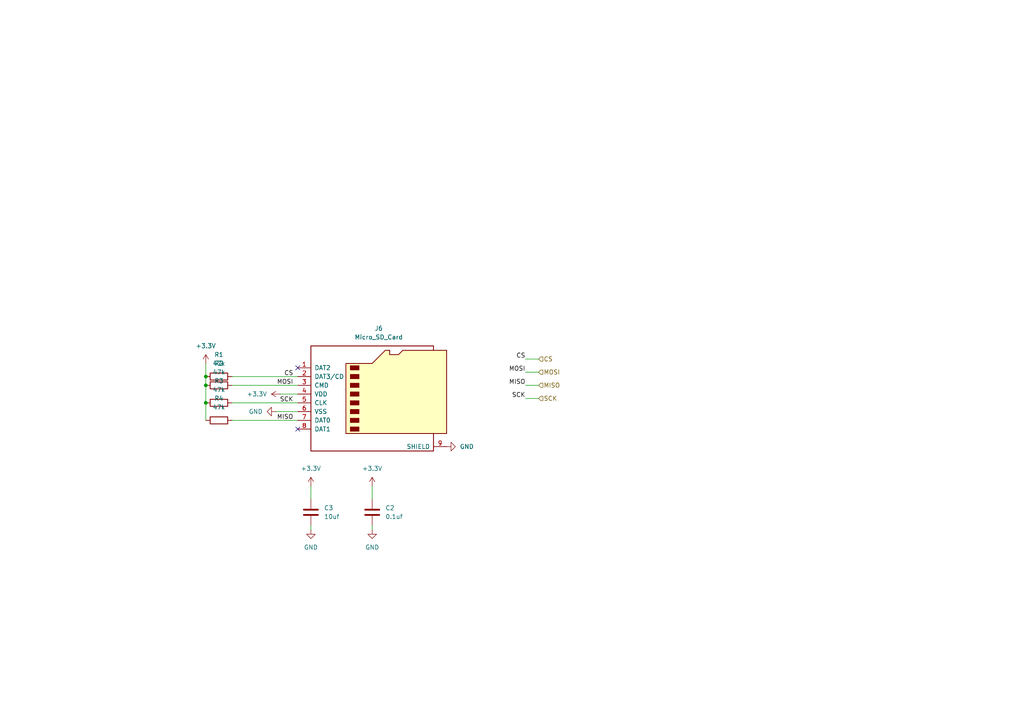
<source format=kicad_sch>
(kicad_sch (version 20231120) (generator "eeschema") (generator_version "8.0")
  (paper "A4")
  (lib_symbols
    (symbol "Connector:Micro_SD_Card" (pin_names (offset 1.016))
      (property "Reference" "J" (at -16.51 15.24 0))
      (property "Value" "Micro_SD_Card" (at 16.51 15.24 0))
      (symbol "Micro_SD_Card_0_1"
        (rectangle (start -7.62 -9.525) (end -5.08 -10.795) (fill (type outline)))
        (rectangle (start -7.62 -6.985) (end -5.08 -8.255) (fill (type outline)))
        (rectangle (start -7.62 -4.445) (end -5.08 -5.715) (fill (type outline)))
        (rectangle (start -7.62 -1.905) (end -5.08 -3.175) (fill (type outline)))
        (rectangle (start -7.62 0.635) (end -5.08 -0.635) (fill (type outline)))
        (rectangle (start -7.62 3.175) (end -5.08 1.905) (fill (type outline)))
        (rectangle (start -7.62 5.715) (end -5.08 4.445) (fill (type outline)))
        (rectangle (start -7.62 8.255) (end -5.08 6.985) (fill (type outline)))
        (polyline (pts (xy 16.51 12.7) (xy 16.51 13.97) (xy -19.05 13.97) (xy -19.05 -16.51) (xy 16.51 -16.51) (xy 16.51 -11.43)) (stroke (width 0.254)))
        (polyline (pts (xy -8.89 -11.43) (xy -8.89 8.89) (xy -1.27 8.89) (xy 2.54 12.7) (xy 3.81 12.7) (xy 3.81 11.43) (xy 6.35 11.43) (xy 7.62 12.7) (xy 20.32 12.7) (xy 20.32 -11.43) (xy -8.89 -11.43)) (stroke (width 0.254)) (fill (type background)))
      )
      (symbol "Micro_SD_Card_1_1"
        (pin bidirectional line (at -22.86 7.62 0) (length 3.81) (name "DAT2") (number "1"))
        (pin bidirectional line (at -22.86 5.08 0) (length 3.81) (name "DAT3/CD") (number "2"))
        (pin input line (at -22.86 2.54 0) (length 3.81) (name "CMD") (number "3"))
        (pin power_in line (at -22.86 0 0) (length 3.81) (name "VDD") (number "4"))
        (pin input line (at -22.86 -2.54 0) (length 3.81) (name "CLK") (number "5"))
        (pin power_in line (at -22.86 -5.08 0) (length 3.81) (name "VSS") (number "6"))
        (pin bidirectional line (at -22.86 -7.62 0) (length 3.81) (name "DAT0") (number "7"))
        (pin bidirectional line (at -22.86 -10.16 0) (length 3.81) (name "DAT1") (number "8"))
        (pin passive line (at 20.32 -15.24 180) (length 3.81) (name "SHIELD") (number "9"))
      )
    )
    (symbol "Device:C" (pin_numbers hide) (pin_names (offset 0.254))
      (property "Reference" "C" (at 0.635 2.54 0))
      (property "Value" "C" (at 0.635 -2.54 0))
      (symbol "C_0_1"
        (polyline (pts (xy -2.032 -0.762) (xy 2.032 -0.762)) (stroke (width 0.508)))
        (polyline (pts (xy -2.032 0.762) (xy 2.032 0.762)) (stroke (width 0.508)))
      )
      (symbol "C_1_1"
        (pin passive line (at 0 3.81 270) (length 2.794) (name "~") (number "1"))
        (pin passive line (at 0 -3.81 90) (length 2.794) (name "~") (number "2"))
      )
    )
    (symbol "Device:R" (pin_numbers hide) (pin_names (offset 0))
      (property "Reference" "R" (at 2.032 0 90))
      (property "Value" "R" (at 0 0 90))
      (symbol "R_0_1"
        (rectangle (start -1.016 -2.54) (end 1.016 2.54) (stroke (width 0.254)))
      )
      (symbol "R_1_1"
        (pin passive line (at 0 3.81 270) (length 1.27) (name "~") (number "1"))
        (pin passive line (at 0 -3.81 90) (length 1.27) (name "~") (number "2"))
      )
    )
    (symbol "power:+3.3V" (power) (pin_numbers hide) (pin_names (offset 0) hide)
      (property "Value" "+3.3V" (at 0 3.556 0))
      (symbol "+3.3V_0_1"
        (polyline (pts (xy -0.762 1.27) (xy 0 2.54)))
        (polyline (pts (xy 0 0) (xy 0 2.54)))
        (polyline (pts (xy 0 2.54) (xy 0.762 1.27)))
      )
      (symbol "+3.3V_1_1"
        (pin power_in line (at 0 0 90) (length 0) (name "~") (number "1"))
      )
    )
    (symbol "power:GND" (power) (pin_numbers hide) (pin_names (offset 0) hide)
      (property "Value" "GND" (at 0 -3.81 0))
      (symbol "GND_0_1"
        (polyline (pts (xy 0 0) (xy 0 -1.27) (xy 1.27 -1.27) (xy 0 -2.54) (xy -1.27 -1.27) (xy 0 -1.27)))
      )
      (symbol "GND_1_1"
        (pin power_in line (at 0 0 270) (length 0) (name "~") (number "1"))
      )
    )
  )
  (junction (at 59.69 116.84))
  (junction (at 59.69 109.22))
  (junction (at 59.69 111.76))
  (no_connect (at 86.36 106.68))
  (no_connect (at 86.36 124.46))
  (wire (pts (xy 59.69 116.84) (xy 59.69 121.92)))
  (wire (pts (xy 67.31 109.22) (xy 86.36 109.22)))
  (wire (pts (xy 152.4 111.76) (xy 156.21 111.76)))
  (wire (pts (xy 90.17 152.4) (xy 90.17 153.67)))
  (wire (pts (xy 152.4 115.57) (xy 156.21 115.57)))
  (wire (pts (xy 67.31 121.92) (xy 86.36 121.92)))
  (wire (pts (xy 59.69 111.76) (xy 59.69 116.84)))
  (wire (pts (xy 67.31 116.84) (xy 86.36 116.84)))
  (wire (pts (xy 152.4 107.95) (xy 156.21 107.95)))
  (wire (pts (xy 80.01 119.38) (xy 86.36 119.38)))
  (wire (pts (xy 90.17 140.97) (xy 90.17 144.78)))
  (wire (pts (xy 81.28 114.3) (xy 86.36 114.3)))
  (wire (pts (xy 67.31 111.76) (xy 86.36 111.76)))
  (wire (pts (xy 59.69 109.22) (xy 59.69 111.76)))
  (wire (pts (xy 59.69 105.41) (xy 59.69 109.22)))
  (wire (pts (xy 107.95 140.97) (xy 107.95 144.78)))
  (wire (pts (xy 152.4 104.14) (xy 156.21 104.14)))
  (wire (pts (xy 107.95 152.4) (xy 107.95 153.67)))
  (label "MISO" (at 152.4 111.76 180))
  (label "SCK" (at 152.4 115.57 180))
  (label "SCK" (at 85.09 116.84 180))
  (label "CS" (at 85.09 109.22 180))
  (label "CS" (at 152.4 104.14 180))
  (label "MOSI" (at 152.4 107.95 180))
  (label "MOSI" (at 85.09 111.76 180))
  (label "MISO" (at 85.09 121.92 180))
  (hierarchical_label "MISO" (shape input) (at 156.21 111.76 0))
  (hierarchical_label "SCK" (shape input) (at 156.21 115.57 0))
  (hierarchical_label "MOSI" (shape input) (at 156.21 107.95 0))
  (hierarchical_label "CS" (shape input) (at 156.21 104.14 0))
  (symbol (lib_id "Device:R") (at 63.5 109.22 90) (unit 1)
    (property "Reference" "R1" (at 63.5 102.87 90))
    (property "Value" "47k" (at 63.5 105.41 90))
    (property "Footprint" "Resistor_SMD:R_0603_1608Metric_Pad0.98x0.95mm_HandSolder" (effects (hide yes)))
    (property "Description" "Resistor" (effects (hide yes)))
  )
  (symbol (lib_id "Device:R") (at 63.5 121.92 90) (unit 1)
    (property "Reference" "R4" (at 63.5 115.57 90))
    (property "Value" "47k" (at 63.5 118.11 90))
    (property "Footprint" "Resistor_SMD:R_0603_1608Metric_Pad0.98x0.95mm_HandSolder" (effects (hide yes)))
    (property "Description" "Resistor" (effects (hide yes)))
  )
  (symbol (lib_id "power:+3.3V") (at 81.28 114.3 90) (unit 1)
    (property "Reference" "#PWR015" (effects (hide yes)))
    (property "Value" "+3.3V" (at 77.47 114.2999 90) (effects (justify left)))
    (property "Description" "Power symbol creates a global label with name \"+3.3V\"" (effects (hide yes)))
  )
  (symbol (lib_id "power:+3.3V") (at 59.69 105.41 0) (unit 1)
    (property "Reference" "#PWR017" (effects (hide yes)))
    (property "Value" "+3.3V" (at 59.69 100.33 0))
    (property "Description" "Power symbol creates a global label with name \"+3.3V\"" (effects (hide yes)))
  )
  (symbol (lib_id "power:GND") (at 90.17 153.67 0) (unit 1)
    (property "Reference" "#PWR011" (effects (hide yes)))
    (property "Value" "GND" (at 90.17 158.75 0))
    (property "Description" "Power symbol creates a global label with name \"GND\" , ground" (effects (hide yes)))
  )
  (symbol (lib_id "power:GND") (at 129.54 129.54 90) (unit 1)
    (property "Reference" "#PWR014" (effects (hide yes)))
    (property "Value" "GND" (at 133.35 129.5399 90) (effects (justify right)))
    (property "Description" "Power symbol creates a global label with name \"GND\" , ground" (effects (hide yes)))
  )
  (symbol (lib_id "power:GND") (at 107.95 153.67 0) (unit 1)
    (property "Reference" "#PWR010" (effects (hide yes)))
    (property "Value" "GND" (at 107.95 158.75 0))
    (property "Description" "Power symbol creates a global label with name \"GND\" , ground" (effects (hide yes)))
  )
  (symbol (lib_id "Device:R") (at 63.5 116.84 90) (unit 1)
    (property "Reference" "R3" (at 63.5 110.49 90))
    (property "Value" "47k" (at 63.5 113.03 90))
    (property "Footprint" "Resistor_SMD:R_0603_1608Metric_Pad0.98x0.95mm_HandSolder" (effects (hide yes)))
    (property "Description" "Resistor" (effects (hide yes)))
  )
  (symbol (lib_id "Device:C") (at 107.95 148.59 0) (unit 1)
    (property "Reference" "C2" (at 111.76 147.3199 0) (effects (justify left)))
    (property "Value" "0.1uf" (at 111.76 149.8599 0) (effects (justify left)))
    (property "Footprint" "Capacitor_SMD:C_0603_1608Metric" (effects (hide yes)))
    (property "Description" "Unpolarized capacitor" (effects (hide yes)))
  )
  (symbol (lib_id "Device:C") (at 90.17 148.59 0) (unit 1)
    (property "Reference" "C3" (at 93.98 147.3199 0) (effects (justify left)))
    (property "Value" "10uf" (at 93.98 149.8599 0) (effects (justify left)))
    (property "Footprint" "Capacitor_SMD:CP_Elec_5x5.7" (effects (hide yes)))
    (property "Description" "Unpolarized capacitor" (effects (hide yes)))
  )
  (symbol (lib_id "Connector:Micro_SD_Card") (at 109.22 114.3 0) (unit 1)
    (property "Reference" "J6" (at 109.855 95.25 0))
    (property "Value" "Micro_SD_Card" (at 109.855 97.79 0))
    (property "Footprint" "Connector_Card:microSD_HC_Molex_104031-0811" (effects (hide yes)))
    (property "Datasheet" "https://www.molex.com/content/dam/molex/molex-dot-com/products/automated/en-us/salesdrawingpdf/104/104031/1040310811_sd.pdf" (effects (hide yes)))
    (property "Description" "Micro SD Card Socket" (effects (hide yes)))
  )
  (symbol (lib_id "power:+3.3V") (at 107.95 140.97 0) (unit 1)
    (property "Reference" "#PWR013" (effects (hide yes)))
    (property "Value" "+3.3V" (at 107.95 135.89 0))
    (property "Description" "Power symbol creates a global label with name \"+3.3V\"" (effects (hide yes)))
  )
  (symbol (lib_id "power:+3.3V") (at 90.17 140.97 0) (unit 1)
    (property "Reference" "#PWR012" (effects (hide yes)))
    (property "Value" "+3.3V" (at 90.17 135.89 0))
    (property "Description" "Power symbol creates a global label with name \"+3.3V\"" (effects (hide yes)))
  )
  (symbol (lib_id "power:GND") (at 80.01 119.38 270) (unit 1)
    (property "Reference" "#PWR016" (effects (hide yes)))
    (property "Value" "GND" (at 76.2 119.3799 90) (effects (justify right)))
    (property "Description" "Power symbol creates a global label with name \"GND\" , ground" (effects (hide yes)))
  )
  (symbol (lib_id "Device:R") (at 63.5 111.76 90) (unit 1)
    (property "Reference" "R2" (at 63.5 105.41 90))
    (property "Value" "47k" (at 63.5 107.95 90))
    (property "Footprint" "Resistor_SMD:R_0603_1608Metric_Pad0.98x0.95mm_HandSolder" (effects (hide yes)))
    (property "Description" "Resistor" (effects (hide yes)))
  )
)
</source>
